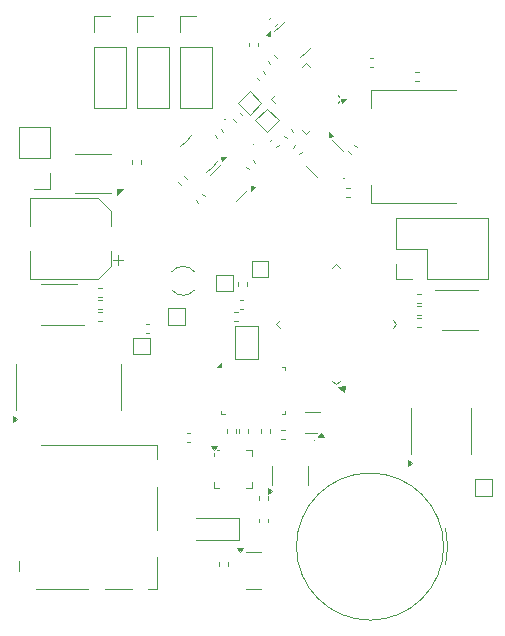
<source format=gbr>
%TF.GenerationSoftware,KiCad,Pcbnew,8.0.6*%
%TF.CreationDate,2024-12-10T11:27:28-08:00*%
%TF.ProjectId,Vanguard_new,56616e67-7561-4726-945f-6e65772e6b69,rev?*%
%TF.SameCoordinates,Original*%
%TF.FileFunction,Legend,Top*%
%TF.FilePolarity,Positive*%
%FSLAX46Y46*%
G04 Gerber Fmt 4.6, Leading zero omitted, Abs format (unit mm)*
G04 Created by KiCad (PCBNEW 8.0.6) date 2024-12-10 11:27:28*
%MOMM*%
%LPD*%
G01*
G04 APERTURE LIST*
%ADD10C,0.120000*%
%ADD11C,0.100000*%
G04 APERTURE END LIST*
D10*
%TO.C,ADR1*%
X111907500Y-111340000D02*
X113907500Y-111340000D01*
X111907500Y-114140000D02*
X111907500Y-111340000D01*
X113907500Y-111340000D02*
X113907500Y-114140000D01*
X113907500Y-114140000D02*
X111907500Y-114140000D01*
%TO.C,R2*%
X116815444Y-96250491D02*
X117032725Y-96033210D01*
X117352845Y-96787892D02*
X117570126Y-96570611D01*
%TO.C,R30*%
X100371359Y-108070000D02*
X100678641Y-108070000D01*
X100371359Y-108830000D02*
X100678641Y-108830000D01*
%TO.C,J5*%
X103670000Y-85090000D02*
X105000000Y-85090000D01*
X103670000Y-86420000D02*
X103670000Y-85090000D01*
X103670000Y-87690000D02*
X103670000Y-92830000D01*
X103670000Y-87690000D02*
X106330000Y-87690000D01*
X103670000Y-92830000D02*
X106330000Y-92830000D01*
X106330000Y-87690000D02*
X106330000Y-92830000D01*
D11*
%TO.C,D2*%
X111141940Y-93828399D02*
G75*
G02*
X111041938Y-93828399I-50001J0D01*
G01*
X111041938Y-93828399D02*
G75*
G02*
X111141940Y-93828399I50001J0D01*
G01*
%TO.C,D7*%
X121185841Y-98852064D02*
G75*
G02*
X121085839Y-98852064I-50001J0D01*
G01*
X121085839Y-98852064D02*
G75*
G02*
X121185841Y-98852064I50001J0D01*
G01*
D10*
%TO.C,U2*%
X115394689Y-111160551D02*
X115712887Y-110842353D01*
X115712887Y-111478749D02*
X115394689Y-111160551D01*
X120181802Y-115947664D02*
X120500000Y-116265862D01*
X120500000Y-106055240D02*
X120181802Y-106373438D01*
X120500000Y-116265862D02*
X120818198Y-115947664D01*
X120818198Y-106373438D02*
X120500000Y-106055240D01*
X125287113Y-110842353D02*
X125605311Y-111160551D01*
X125605311Y-111160551D02*
X125287113Y-111478749D01*
X121143467Y-116937613D02*
X120662635Y-116456781D01*
X121235391Y-116364857D01*
X121143467Y-116937613D01*
G36*
X121143467Y-116937613D02*
G01*
X120662635Y-116456781D01*
X121235391Y-116364857D01*
X121143467Y-116937613D01*
G37*
%TO.C,U8*%
X101400000Y-96805000D02*
X98400000Y-96805000D01*
X101400000Y-100025000D02*
X98400000Y-100025000D01*
X101950000Y-100195000D02*
X101950000Y-99715000D01*
X102430000Y-99715000D01*
X101950000Y-100195000D01*
G36*
X101950000Y-100195000D02*
G01*
X101950000Y-99715000D01*
X102430000Y-99715000D01*
X101950000Y-100195000D01*
G37*
%TO.C,Q1*%
X115716785Y-85920377D02*
X115257166Y-86379997D01*
X115716785Y-85920377D02*
X116176405Y-85460758D01*
X117922959Y-88126551D02*
X117463339Y-88586170D01*
X117922959Y-88126551D02*
X118382578Y-87666931D01*
X114930129Y-86777744D02*
X114527078Y-86714105D01*
X114866490Y-86374694D01*
X114930129Y-86777744D01*
G36*
X114930129Y-86777744D02*
G01*
X114527078Y-86714105D01*
X114866490Y-86374694D01*
X114930129Y-86777744D01*
G37*
%TO.C,R23*%
X112153641Y-110180000D02*
X111846359Y-110180000D01*
X112153641Y-110940000D02*
X111846359Y-110940000D01*
%TO.C,TP3*%
X103300000Y-112300000D02*
X104700000Y-112300000D01*
X103300000Y-113700000D02*
X103300000Y-112300000D01*
X104700000Y-112300000D02*
X104700000Y-113700000D01*
X104700000Y-113700000D02*
X103300000Y-113700000D01*
%TO.C,TP2*%
X113660051Y-93920000D02*
X114650000Y-92930051D01*
X114650000Y-92930051D02*
X115639949Y-93920000D01*
X114650000Y-94909949D02*
X113660051Y-93920000D01*
X115639949Y-93920000D02*
X114650000Y-94909949D01*
%TO.C,R5*%
X113762035Y-90299436D02*
X113979316Y-90516717D01*
X114299436Y-89762035D02*
X114516717Y-89979316D01*
%TO.C,J4*%
X100020000Y-85090000D02*
X101350000Y-85090000D01*
X100020000Y-86420000D02*
X100020000Y-85090000D01*
X100020000Y-87690000D02*
X100020000Y-92830000D01*
X100020000Y-87690000D02*
X102680000Y-87690000D01*
X100020000Y-92830000D02*
X102680000Y-92830000D01*
X102680000Y-87690000D02*
X102680000Y-92830000D01*
%TO.C,R10*%
X113123349Y-98058518D02*
X112906068Y-97841237D01*
X113660750Y-97521117D02*
X113443469Y-97303836D01*
%TO.C,TP4*%
X132300000Y-124300000D02*
X133700000Y-124300000D01*
X132300000Y-125700000D02*
X132300000Y-124300000D01*
X133700000Y-124300000D02*
X133700000Y-125700000D01*
X133700000Y-125700000D02*
X132300000Y-125700000D01*
%TO.C,R15*%
X114012499Y-125731359D02*
X114012499Y-126038641D01*
X114772499Y-125731359D02*
X114772499Y-126038641D01*
%TO.C,TP1*%
X112200051Y-92450000D02*
X113190000Y-91460051D01*
X113190000Y-91460051D02*
X114179949Y-92450000D01*
X113190000Y-93439949D02*
X112200051Y-92450000D01*
X114179949Y-92450000D02*
X113190000Y-93439949D01*
%TO.C,R25*%
X127341359Y-108580000D02*
X127648641Y-108580000D01*
X127341359Y-109340000D02*
X127648641Y-109340000D01*
%TO.C,TP6*%
X110337500Y-107000000D02*
X111737500Y-107000000D01*
X110337500Y-108400000D02*
X110337500Y-107000000D01*
X111737500Y-107000000D02*
X111737500Y-108400000D01*
X111737500Y-108400000D02*
X110337500Y-108400000D01*
%TO.C,U9*%
X110149999Y-122300000D02*
X110149999Y-122065000D01*
X110149999Y-125045000D02*
X110149999Y-124570000D01*
X110624999Y-121825000D02*
X110449999Y-121825000D01*
X110624999Y-125045000D02*
X110149999Y-125045000D01*
X112894999Y-121825000D02*
X113369999Y-121825000D01*
X112894999Y-125045000D02*
X113369999Y-125045000D01*
X113369999Y-121825000D02*
X113369999Y-122300000D01*
X113369999Y-125045000D02*
X113369999Y-124570000D01*
X110149999Y-121825000D02*
X109909999Y-121495000D01*
X110389999Y-121495000D01*
X110149999Y-121825000D01*
G36*
X110149999Y-121825000D02*
G01*
X109909999Y-121495000D01*
X110389999Y-121495000D01*
X110149999Y-121825000D01*
G37*
%TO.C,R3*%
X115102725Y-95453210D02*
X114885444Y-95670491D01*
X115640126Y-95990611D02*
X115422845Y-96207892D01*
%TO.C,BZ1*%
X129770785Y-128500001D02*
G75*
G02*
X129770785Y-131500000I-6400000J-1499999D01*
G01*
X129600785Y-130000000D02*
G75*
G02*
X117140785Y-130000000I-6230000J0D01*
G01*
X117140785Y-130000000D02*
G75*
G02*
X129600785Y-130000000I6230000J0D01*
G01*
%TO.C,R1*%
X123346359Y-88620000D02*
X123653641Y-88620000D01*
X123346359Y-89380000D02*
X123653641Y-89380000D01*
%TO.C,Q4*%
X113500000Y-130439999D02*
X112850000Y-130440000D01*
X113500000Y-130439999D02*
X114150000Y-130440000D01*
X113500000Y-133560001D02*
X112850000Y-133560000D01*
X113500000Y-133560001D02*
X114150000Y-133560000D01*
X112577500Y-130160001D02*
X112337500Y-130490000D01*
X112097500Y-130160000D01*
X112577500Y-130160001D01*
G36*
X112577500Y-130160001D02*
G01*
X112337500Y-130490000D01*
X112097500Y-130160000D01*
X112577500Y-130160001D01*
G37*
%TO.C,R24*%
X104383859Y-111120000D02*
X104691141Y-111120000D01*
X104383859Y-111880000D02*
X104691141Y-111880000D01*
%TO.C,R26*%
X127341359Y-109620000D02*
X127648641Y-109620000D01*
X127341359Y-110380000D02*
X127648641Y-110380000D01*
%TO.C,R33*%
X103180000Y-97301359D02*
X103180000Y-97608641D01*
X103940000Y-97301359D02*
X103940000Y-97608641D01*
%TO.C,R34*%
X110620000Y-131346359D02*
X110620000Y-131653641D01*
X111380000Y-131346359D02*
X111380000Y-131653641D01*
%TO.C,D6*%
X112260000Y-127550000D02*
X108600000Y-127550000D01*
X112260000Y-129450000D02*
X108600000Y-129450000D01*
X112260000Y-129450000D02*
X112260000Y-127550000D01*
%TO.C,R13*%
X108622659Y-100660060D02*
X108839940Y-100877341D01*
X109160060Y-100122659D02*
X109377341Y-100339940D01*
%TO.C,R17*%
X115846359Y-120120000D02*
X116153641Y-120120000D01*
X115846359Y-120880000D02*
X116153641Y-120880000D01*
%TO.C,U6*%
X110790000Y-118810000D02*
X110790000Y-118550000D01*
X110790000Y-118810000D02*
X111050000Y-118810000D01*
X116210000Y-114790000D02*
X115950000Y-114790000D01*
X116210000Y-114790000D02*
X116210000Y-115050000D01*
X116210000Y-118810000D02*
X115950000Y-118810000D01*
X116210000Y-118810000D02*
X116210000Y-118550000D01*
D11*
X110790000Y-114790000D02*
X110430000Y-114790000D01*
X110790000Y-114430000D01*
X110790000Y-114790000D01*
G36*
X110790000Y-114790000D02*
G01*
X110430000Y-114790000D01*
X110790000Y-114430000D01*
X110790000Y-114790000D01*
G37*
D10*
%TO.C,R32*%
X127179144Y-89830551D02*
X127486426Y-89830551D01*
X127179144Y-90590551D02*
X127486426Y-90590551D01*
%TO.C,R9*%
X110424530Y-95395448D02*
X110207249Y-95178167D01*
X110961931Y-94858047D02*
X110744650Y-94640766D01*
%TO.C,STARBOARD_RGB1*%
X128835000Y-108300000D02*
X132550000Y-108300000D01*
X129500000Y-111700000D02*
X132550000Y-111700000D01*
%TO.C,R18*%
X111267500Y-120076359D02*
X111267500Y-120383641D01*
X112027500Y-120076359D02*
X112027500Y-120383641D01*
%TO.C,R21*%
X112177215Y-107595808D02*
X112177215Y-107903090D01*
X112937215Y-107595808D02*
X112937215Y-107903090D01*
%TO.C,U5*%
X118880001Y-120410000D02*
X117900001Y-120410000D01*
X119100001Y-118590000D02*
X117900001Y-118590000D01*
X119460001Y-120714433D02*
X118980001Y-120714432D01*
X119220001Y-120384432D01*
X119460001Y-120714433D01*
G36*
X119460001Y-120714433D02*
G01*
X118980001Y-120714432D01*
X119220001Y-120384432D01*
X119460001Y-120714433D01*
G37*
%TO.C,R22*%
X112653641Y-109120000D02*
X112346359Y-109120000D01*
X112653641Y-109880000D02*
X112346359Y-109880000D01*
%TO.C,U3*%
X126810193Y-120221196D02*
X126810192Y-118271196D01*
X126810193Y-120221196D02*
X126810192Y-122171196D01*
X131930191Y-120221196D02*
X131930192Y-118271196D01*
X131930191Y-120221196D02*
X131930192Y-122171196D01*
X126905192Y-122921196D02*
X126575192Y-123161195D01*
X126575192Y-122681196D01*
X126905192Y-122921196D01*
G36*
X126905192Y-122921196D02*
G01*
X126575192Y-123161195D01*
X126575192Y-122681196D01*
X126905192Y-122921196D01*
G37*
D11*
%TO.C,D3*%
X113527862Y-95994725D02*
G75*
G02*
X113427860Y-95994725I-50001J0D01*
G01*
X113427860Y-95994725D02*
G75*
G02*
X113527862Y-95994725I50001J0D01*
G01*
D10*
%TO.C,R4*%
X111784097Y-93813451D02*
X112001378Y-94030732D01*
X112321498Y-93276050D02*
X112538779Y-93493331D01*
%TO.C,J1*%
X123422785Y-91370551D02*
X130682785Y-91370551D01*
X123422785Y-100870551D02*
X123422786Y-99370551D01*
X123422785Y-100870551D02*
X130682785Y-100870551D01*
X123422786Y-92870551D02*
X123422785Y-91370551D01*
%TO.C,Y1*%
X106600439Y-106718186D02*
G75*
G02*
X108500000Y-106718719I949561J-781814D01*
G01*
X108500000Y-108281281D02*
G75*
G02*
X106600439Y-108281814I-950000J781281D01*
G01*
%TO.C,R8*%
X113120000Y-87653641D02*
X113120000Y-87346359D01*
X113880000Y-87653641D02*
X113880000Y-87346359D01*
%TO.C,R35*%
X121346359Y-99620000D02*
X121653641Y-99620000D01*
X121346359Y-100380000D02*
X121653641Y-100380000D01*
%TO.C,R28*%
X100381359Y-110150000D02*
X100688641Y-110150000D01*
X100381359Y-110910000D02*
X100688641Y-110910000D01*
%TO.C,R19*%
X112267500Y-120076359D02*
X112267500Y-120383641D01*
X113027500Y-120076359D02*
X113027500Y-120383641D01*
%TO.C,R29*%
X100371359Y-109120000D02*
X100678641Y-109120000D01*
X100371359Y-109880000D02*
X100678641Y-109880000D01*
%TO.C,R7*%
X114782659Y-85369940D02*
X114999940Y-85152659D01*
X115320060Y-85907341D02*
X115537341Y-85690060D01*
%TO.C,R14*%
X108163641Y-120405000D02*
X107856359Y-120405000D01*
X108163641Y-121165000D02*
X107856359Y-121165000D01*
%TO.C,R20*%
X114120000Y-120076359D02*
X114120000Y-120383641D01*
X114880000Y-120076359D02*
X114880000Y-120383641D01*
%TO.C,Q3*%
X107768538Y-95642128D02*
X107308919Y-96101748D01*
X107768538Y-95642128D02*
X108228158Y-95182509D01*
X109974712Y-97848302D02*
X109515092Y-98307921D01*
X109974712Y-97848302D02*
X110434331Y-97388682D01*
X111164419Y-97054574D02*
X110825007Y-97393985D01*
X110761368Y-96990935D01*
X111164419Y-97054574D01*
G36*
X111164419Y-97054574D02*
G01*
X110825007Y-97393985D01*
X110761368Y-96990935D01*
X111164419Y-97054574D01*
G37*
%TO.C,U7*%
X93384999Y-116500000D02*
X93385000Y-114550000D01*
X93384999Y-116500000D02*
X93385000Y-118450000D01*
X102255001Y-116500000D02*
X102255000Y-114550000D01*
X102255001Y-116500000D02*
X102255000Y-118450000D01*
X93450000Y-119200000D02*
X93120000Y-119440000D01*
X93120000Y-118960000D01*
X93450000Y-119200000D01*
G36*
X93450000Y-119200000D02*
G01*
X93120000Y-119440000D01*
X93120000Y-118960000D01*
X93450000Y-119200000D01*
G37*
D11*
%TO.C,D5*%
X118730001Y-121000000D02*
G75*
G02*
X118629999Y-121000000I-50001J0D01*
G01*
X118629999Y-121000000D02*
G75*
G02*
X118730001Y-121000000I50001J0D01*
G01*
D10*
%TO.C,R6*%
X114725444Y-88920611D02*
X114942725Y-89137892D01*
X115262845Y-88383210D02*
X115480126Y-88600491D01*
%TO.C,R11*%
X116124820Y-95199987D02*
X116342101Y-95417268D01*
X116662221Y-94662586D02*
X116879502Y-94879867D01*
%TO.C,C10*%
X94590000Y-100490000D02*
X94590000Y-102840000D01*
X94590000Y-107310000D02*
X94590000Y-104960000D01*
X100345563Y-100489999D02*
X94590000Y-100490000D01*
X100345563Y-107310001D02*
X94590000Y-107310000D01*
X101410001Y-101554437D02*
X100345563Y-100489999D01*
X101410001Y-101554437D02*
X101410000Y-102840000D01*
X101410001Y-106245563D02*
X100345563Y-107310001D01*
X101410001Y-106245563D02*
X101410000Y-104960000D01*
X102043750Y-106141250D02*
X102043751Y-105353750D01*
X102437500Y-105747500D02*
X101650000Y-105747500D01*
%TO.C,TP5*%
X106300000Y-109800000D02*
X107700000Y-109800000D01*
X106300000Y-111200000D02*
X106300000Y-109800000D01*
X107700000Y-109800000D02*
X107700000Y-111200000D01*
X107700000Y-111200000D02*
X106300000Y-111200000D01*
%TO.C,U4*%
X115040000Y-124000000D02*
X115040000Y-123200000D01*
X115040000Y-124000000D02*
X115040000Y-124800000D01*
X118160000Y-124000000D02*
X118160000Y-123200000D01*
X118160000Y-124000000D02*
X118160000Y-124800000D01*
X115090000Y-125300000D02*
X114760000Y-125540000D01*
X114760000Y-125060000D01*
X115090000Y-125300000D01*
G36*
X115090000Y-125300000D02*
G01*
X114760000Y-125540000D01*
X114760000Y-125060000D01*
X115090000Y-125300000D01*
G37*
%TO.C,R16*%
X114002499Y-127641359D02*
X114002499Y-127948641D01*
X114762499Y-127641359D02*
X114762499Y-127948641D01*
%TO.C,PORTSIDE_RGB1*%
X98525000Y-107800000D02*
X95475000Y-107800000D01*
X99190000Y-111200000D02*
X95475000Y-111200000D01*
%TO.C,J7*%
X107320000Y-85095000D02*
X108650000Y-85095000D01*
X107320000Y-86425000D02*
X107320000Y-85095000D01*
X107320000Y-87695000D02*
X107320000Y-92835000D01*
X107320000Y-87695000D02*
X109980000Y-87695000D01*
X107320000Y-92835000D02*
X109980000Y-92835000D01*
X109980000Y-87695000D02*
X109980000Y-92835000D01*
%TO.C,Q2*%
X110271133Y-98105438D02*
X109811514Y-98565058D01*
X110271133Y-98105438D02*
X110730753Y-97645819D01*
X112477307Y-100311612D02*
X112017687Y-100771231D01*
X112477307Y-100311612D02*
X112936926Y-99851992D01*
X113667014Y-99517884D02*
X113327602Y-99857295D01*
X113263963Y-99454245D01*
X113667014Y-99517884D01*
G36*
X113667014Y-99517884D02*
G01*
X113327602Y-99857295D01*
X113263963Y-99454245D01*
X113667014Y-99517884D01*
G37*
%TO.C,U1*%
X114985551Y-92077346D02*
X115321427Y-92413222D01*
X115321427Y-91741470D02*
X114985551Y-92077346D01*
X117633666Y-89429231D02*
X117969542Y-89093355D01*
X117969542Y-89093355D02*
X118305418Y-89429231D01*
X117969542Y-95061337D02*
X117633666Y-94725461D01*
X118305418Y-94725461D02*
X117969542Y-95061337D01*
X120617657Y-91741470D02*
X120783827Y-91907640D01*
X120617657Y-92413222D02*
X120741401Y-92289478D01*
X121356583Y-92140986D02*
X121017172Y-92480397D01*
X120953533Y-92077346D01*
X121356583Y-92140986D01*
G36*
X121356583Y-92140986D02*
G01*
X121017172Y-92480397D01*
X120953533Y-92077346D01*
X121356583Y-92140986D01*
G37*
%TO.C,J6*%
X93610000Y-97099999D02*
X93610000Y-94500000D01*
X96270000Y-94500000D02*
X93610000Y-94500000D01*
X96270000Y-97099999D02*
X93610000Y-97099999D01*
X96270000Y-97099999D02*
X96270000Y-94500000D01*
X96270000Y-98370000D02*
X96270000Y-99700000D01*
X96270000Y-99700000D02*
X94940000Y-99700000D01*
%TO.C,R12*%
X107339940Y-99377341D02*
X107122659Y-99160060D01*
X107877341Y-98839940D02*
X107660060Y-98622659D01*
%TO.C,J3*%
X93680000Y-132090001D02*
X93680000Y-131230000D01*
X95050000Y-133570000D02*
X99500000Y-133570000D01*
X100900000Y-133570000D02*
X103200000Y-133570000D01*
X104600000Y-133570000D02*
X105320000Y-133570000D01*
X105320000Y-121390000D02*
X95499999Y-121390000D01*
X105320000Y-122619999D02*
X105320000Y-121390000D01*
X105320000Y-128590000D02*
X105320000Y-124920000D01*
X105320000Y-133570000D02*
X105319999Y-130890000D01*
%TO.C,TP7*%
X113367215Y-105800000D02*
X114767215Y-105800000D01*
X113367215Y-107200000D02*
X113367215Y-105800000D01*
X114767215Y-105800000D02*
X114767215Y-107200000D01*
X114767215Y-107200000D02*
X113367215Y-107200000D01*
%TO.C,R27*%
X127341359Y-110670000D02*
X127648641Y-110670000D01*
X127341359Y-111430000D02*
X127648641Y-111430000D01*
%TO.C,D1*%
X117940078Y-97754019D02*
X118859317Y-98673258D01*
X121065490Y-96467085D02*
X120167464Y-95569059D01*
X120266459Y-95272074D02*
X119863408Y-95335714D01*
X119927048Y-94932663D01*
X120266459Y-95272074D01*
G36*
X120266459Y-95272074D02*
G01*
X119863408Y-95335714D01*
X119927048Y-94932663D01*
X120266459Y-95272074D01*
G37*
%TO.C,R31*%
X121722725Y-96747892D02*
X121505444Y-96530611D01*
X122260126Y-96210491D02*
X122042845Y-95993210D01*
%TO.C,J2*%
X125590000Y-102170000D02*
X133330000Y-102170000D01*
X125590000Y-104769999D02*
X125590000Y-102170000D01*
X125590000Y-107370000D02*
X125590000Y-106040000D01*
X126920000Y-107370000D02*
X125590000Y-107370000D01*
X128190000Y-104770000D02*
X125590000Y-104769999D01*
X128190001Y-107370000D02*
X128190000Y-104770000D01*
X128190001Y-107370000D02*
X133329999Y-107370000D01*
X133329999Y-107370000D02*
X133330000Y-102170000D01*
%TD*%
M02*

</source>
